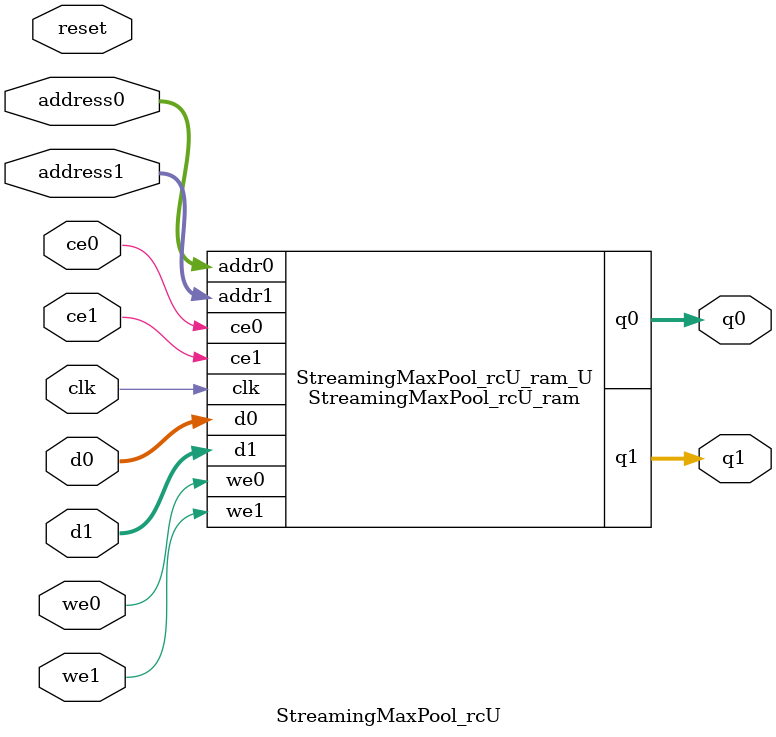
<source format=v>

`timescale 1 ns / 1 ps
module StreamingMaxPool_rcU_ram (addr0, ce0, d0, we0, q0, addr1, ce1, d1, we1, q1,  clk);

parameter DWIDTH = 64;
parameter AWIDTH = 4;
parameter MEM_SIZE = 14;

input[AWIDTH-1:0] addr0;
input ce0;
input[DWIDTH-1:0] d0;
input we0;
output reg[DWIDTH-1:0] q0;
input[AWIDTH-1:0] addr1;
input ce1;
input[DWIDTH-1:0] d1;
input we1;
output reg[DWIDTH-1:0] q1;
input clk;

(* ram_style = "block" *)reg [DWIDTH-1:0] ram[0:MEM_SIZE-1];




always @(posedge clk)  
begin 
    if (ce0) 
    begin
        if (we0) 
        begin 
            ram[addr0] <= d0; 
            q0 <= d0;
        end 
        else 
            q0 <= ram[addr0];
    end
end


always @(posedge clk)  
begin 
    if (ce1) 
    begin
        if (we1) 
        begin 
            ram[addr1] <= d1; 
            q1 <= d1;
        end 
        else 
            q1 <= ram[addr1];
    end
end


endmodule


`timescale 1 ns / 1 ps
module StreamingMaxPool_rcU(
    reset,
    clk,
    address0,
    ce0,
    we0,
    d0,
    q0,
    address1,
    ce1,
    we1,
    d1,
    q1);

parameter DataWidth = 32'd64;
parameter AddressRange = 32'd14;
parameter AddressWidth = 32'd4;
input reset;
input clk;
input[AddressWidth - 1:0] address0;
input ce0;
input we0;
input[DataWidth - 1:0] d0;
output[DataWidth - 1:0] q0;
input[AddressWidth - 1:0] address1;
input ce1;
input we1;
input[DataWidth - 1:0] d1;
output[DataWidth - 1:0] q1;



StreamingMaxPool_rcU_ram StreamingMaxPool_rcU_ram_U(
    .clk( clk ),
    .addr0( address0 ),
    .ce0( ce0 ),
    .we0( we0 ),
    .d0( d0 ),
    .q0( q0 ),
    .addr1( address1 ),
    .ce1( ce1 ),
    .we1( we1 ),
    .d1( d1 ),
    .q1( q1 ));

endmodule


</source>
